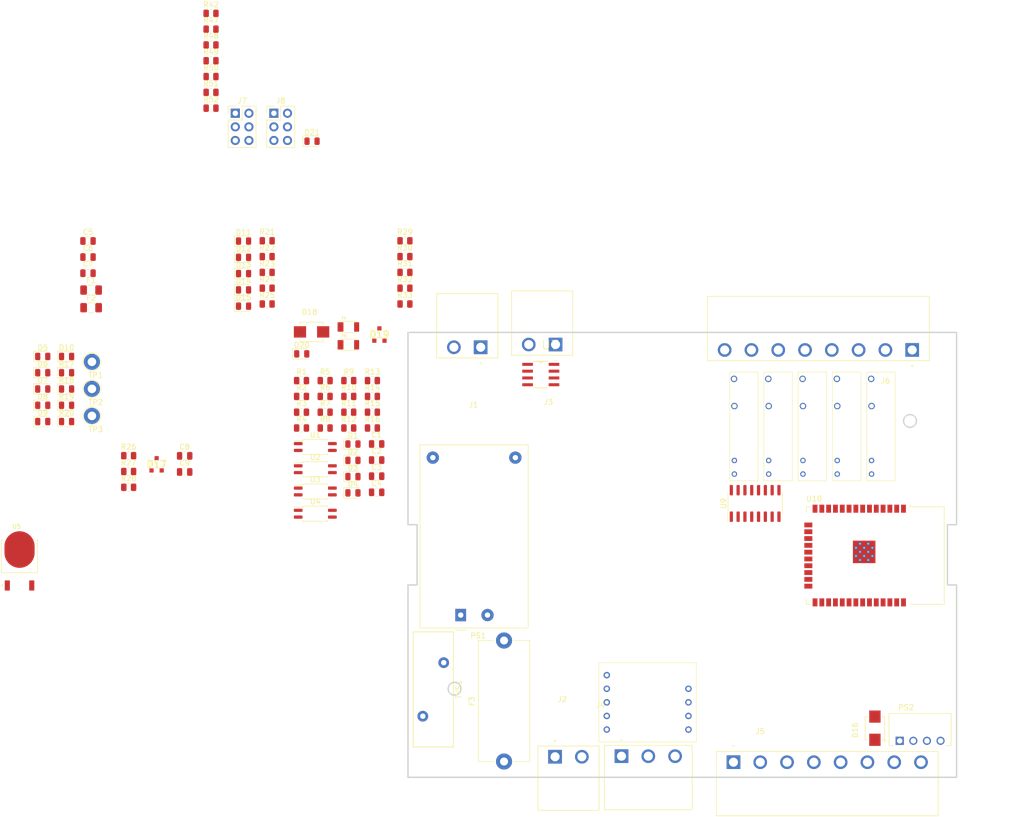
<source format=kicad_pcb>
(kicad_pcb (version 20221018) (generator pcbnew)
  (layers (0 "F.Cu" signal) (31 "B.Cu" signal) (34 "B.Paste" user) (35 "F.Paste" user) (36 "B.SilkS" user "B.Silkscreen") (37 "F.SilkS" user "F.Silkscreen") (38 "B.Mask" user) (39 "F.Mask" user) (44 "Edge.Cuts" user))
  (net 0 "")
  (net 1 "/Smart-Control-HVAC/CONTROL/INPUT_1_MICRO")
  (net 2 "GND")
  (net 3 "/Smart-Control-HVAC/CONTROL/INPUT_3_MICRO")
  (net 4 "/Smart-Control-HVAC/CONTROL/INPUT_2_MICRO")
  (net 5 "/Smart-Control-HVAC/CONTROL/INPUT_4_MICRO")
  (net 6 "+12V")
  (net 7 "Net-(D1-A)")
  (net 8 "Net-(D2-A)")
  (net 9 "Net-(D3-A)")
  (net 10 "Net-(D4-A)")
  (net 11 "Net-(D7-A)")
  (net 12 "/Smart-Control-HVAC/CON-DC-")
  (net 13 "Net-(D8-A)")
  (net 14 "Net-(D9-A)")
  (net 15 "Net-(D10-A)")
  (net 16 "Net-(D11-K)")
  (net 17 "Net-(D11-A)")
  (net 18 "Net-(D12-K)")
  (net 19 "Net-(D12-A)")
  (net 20 "Net-(D13-K)")
  (net 21 "Net-(D13-A)")
  (net 22 "Net-(D14-K)")
  (net 23 "Net-(D14-A)")
  (net 24 "Net-(D15-K)")
  (net 25 "Net-(D15-A)")
  (net 26 "Net-(U7-A)")
  (net 27 "Net-(U7-B)")
  (net 28 "Net-(U8-B)")
  (net 29 "Net-(U8-A)")
  (net 30 "/Smart-Control-HVAC/RGND")
  (net 32 "Net-(D20-A)")
  (net 33 "Net-(D21-A)")
  (net 34 "/Smart-Control-HVAC/CON-DC+")
  (net 35 "/Smart-Control-HVAC/CON-L1")
  (net 36 "Net-(PS1-AC{slash}N)")
  (net 37 "Net-(F4-Pad1)")
  (net 38 "/Smart-Control-HVAC/CON-A-")
  (net 39 "Net-(F5-Pad1)")
  (net 40 "/Smart-Control-HVAC/CON-B+")
  (net 41 "/Smart-Control-HVAC/CONTROL/RLY_OUT2_MICRO")
  (net 42 "/Smart-Control-HVAC/CONTROL/RLY_OUT1_MICRO")
  (net 43 "/Smart-Control-HVAC/CONTROL/RLY_FAN3_MICRO")
  (net 44 "/Smart-Control-HVAC/CONTROL/RLY_FAN2_MICRO")
  (net 45 "/Smart-Control-HVAC/CONTROL/RLY_FAN1_MICRO")
  (net 46 "/Smart-Control-HVAC/CONTROL/Tx_RS485_eXT")
  (net 47 "/Smart-Control-HVAC/CONTROL/Rx_RS485_eXT")
  (net 48 "/Smart-Control-HVAC/CONTROL/CON_RS485_eXT")
  (net 49 "/Smart-Control-HVAC/CONTROL/COM_RS485_LCD")
  (net 50 "/Smart-Control-HVAC/CONTROL/Tx_RS485_LCD")
  (net 51 "/Smart-Control-HVAC/CONTROL/Rx_RS485_lcd")
  (net 52 "/Smart-Control-HVAC/CON-NEUT")
  (net 53 "/Smart-Control-HVAC/CON-LCDA-")
  (net 54 "/Smart-Control-HVAC/CON-LCDB+")
  (net 55 "/Smart-Control-HVAC/CON-IN4-")
  (net 56 "/Smart-Control-HVAC/CON-IN4+")
  (net 57 "/Smart-Control-HVAC/CON-IN3-")
  (net 58 "/Smart-Control-HVAC/CON-IN3+")
  (net 59 "/Smart-Control-HVAC/CON-IN2-")
  (net 60 "/Smart-Control-HVAC/CON-IN2+")
  (net 61 "/Smart-Control-HVAC/CON-IN1-")
  (net 62 "/Smart-Control-HVAC/CON-IN1+")
  (net 63 "/Smart-Control-HVAC/CON-OUT2A")
  (net 64 "/Smart-Control-HVAC/CON-OUT2B")
  (net 65 "/Smart-Control-HVAC/CON-OUT1A")
  (net 66 "/Smart-Control-HVAC/CON-OUT1B")
  (net 67 "/Smart-Control-HVAC/CON-FAN3")
  (net 68 "/Smart-Control-HVAC/CON-FAN2")
  (net 69 "/Smart-Control-HVAC/CON-FAN1")
  (net 70 "/Smart-Control-HVAC/CON-FAN-C")
  (net 71 "Net-(J8-VCC)")
  (net 72 "Net-(J8-VDD)")
  (net 73 "VDD")
  (net 74 "Net-(R3-Pad2)")
  (net 75 "Net-(R5-Pad2)")
  (net 76 "Net-(R9-Pad2)")
  (net 77 "Net-(R13-Pad2)")
  (net 78 "Net-(U7-DE)")
  (net 79 "Net-(U8-Vo)")
  (net 80 "GNDREF")
  (net 91 "Net-(J8-{slash}RESET)")
  (net 92 "Net-(J8-SWD_CLK)")
  (net 93 "Net-(J8-SWD_DIO)")
  (net 95 "Net-(U10-GND-Pad1)")
  (footprint "SMBJ12CA:DIOM4336X265N" (layer "F.Cu") (at 184.404 137.414 90)
    (fp_text reference "D16" (at -0.38 -3.6975 90) (layer "F.SilkS"))
    (fp_text value "SMBJ12CA")
    (pad "1" smd rect (at -2.165 0 90) (size 2.28 2.12) (layers "F.Cu" "F.Paste" "F.Mask") (net 26 "Net-(U7-A)"))
    (pad "2" smd rect (at 2.165 0 90) (size 2.28 2.12) (layers "F.Cu" "F.Paste" "F.Mask") (net 27 "Net-(U7-B)"))
  )
  (footprint "Capacitor_SMD:C_0805_2012Metric" (layer "F.Cu") (at 37.545 49.435)
    (fp_text reference "C6" (at 0 -1.68) (layer "F.SilkS"))
    (fp_text value "2.2uF/25V")
    (pad "1" smd roundrect (at -0.95 0) (size 1 1.45) (layers "F.Cu" "F.Paste" "F.Mask") (net 73 "VDD"))
    (pad "2" smd roundrect (at 0.95 0) (size 1 1.45) (layers "F.Cu" "F.Paste" "F.Mask") (net 2 "GND"))
  )
  (footprint "B0503S-1WR3:CONV_B0503S-1WR3" (layer "F.Cu") (at 192.8445 137.668)
    (fp_text reference "PS2" (at -2.625 -4.135) (layer "F.SilkS"))
    (fp_text value "B0503S-1WR3")
    (pad "1" thru_hole rect (at -3.81 2.1) (size 1.508 1.508) (drill 1) (layers "*.Cu" "*.Mask") (net 2 "GND"))
    (pad "2" thru_hole circle (at -1.27 2.1) (size 1.508 1.508) (drill 1) (layers "*.Cu" "*.Mask") (net 73 "VDD"))
    (pad "3" thru_hole circle (at 1.27 2.1) (size 1.508 1.508) (drill 1) (layers "*.Cu" "*.Mask") (net 80 "GNDREF"))
    (pad "4" thru_hole circle (at 3.81 2.1) (size 1.508 1.508) (drill 1) (layers "*.Cu" "*.Mask") (net 73 "VDD"))
  )
  (footprint "Diode_SMD:D_0805_2012Metric" (layer "F.Cu") (at 29.095 67.99)
    (fp_text reference "D5" (at 0 -1.65) (layer "F.SilkS"))
    (fp_text value "1SMA5918BT3G")
    (pad "1" smd roundrect (at -0.9375 0) (size 0.975 1.4) (layers "F.Cu" "F.Paste" "F.Mask") (net 73 "VDD"))
    (pad "2" smd roundrect (at 0.9375 0) (size 0.975 1.4) (layers "F.Cu" "F.Paste" "F.Mask") (net 2 "GND"))
  )
  (footprint "Resistor_SMD:R_0805_2012Metric" (layer "F.Cu") (at 70.985 52.295)
    (fp_text reference "R23" (at 0 -1.65) (layer "F.SilkS"))
    (fp_text value "R")
    (pad "1" smd roundrect (at -0.9125 0) (size 1.025 1.4) (layers "F.Cu" "F.Paste" "F.Mask") (roundrect_rratio 0.243902) (net 21 "Net-(D13-A)"))
    (pad "2" smd roundrect (at 0.9125 0) (size 1.025 1.4) (layers "F.Cu" "F.Paste" "F.Mask") (roundrect_rratio 0.243902) (net 6 "+12V"))
  )
  (footprint "Huellas:AZ921" (layer "F.Cu") (at 171.119 83.058 90)
    (fp_text reference "K3" hide)
    (fp_text value "~")
    (pad "1" thru_hole circle (at -6.9 -0.14 90) (size 1 1) (drill 0.6) (layers "*.Cu" "*.Mask") (net 6 "+12V"))
    (pad "2" thru_hole circle (at -4.36 -0.14 90) (size 1 1) (drill 0.6) (layers "*.Cu" "*.Mask") (net 20 "Net-(D13-K)"))
    (pad "3" thru_hole circle (at 5.8 -0.14 90) (size 1.2 1.2) (drill 0.8) (layers "*.Cu" "*.Mask") (net 70 "/Smart-Control-HVAC/CON-FAN-C"))
    (pad "4" thru_hole circle (at 10.88 -0.21 90) (size 1.2 1.2) (drill 0.8) (layers "*.Cu" "*.Mask") (net 69 "/Smart-Control-HVAC/CON-FAN1"))
  )
  (footprint "Capacitor_SMD:C_0805_2012Metric" (layer "F.Cu") (at 55.585 86.555)
    (fp_text reference "C8" (at 0 -1.68) (layer "F.SilkS"))
    (fp_text value "1uF/25V")
    (pad "1" smd roundrect (at -0.95 0) (size 1 1.45) (layers "F.Cu" "F.Paste" "F.Mask") (net 73 "VDD"))
    (pad "2" smd roundrect (at 0.95 0) (size 1 1.45) (layers "F.Cu" "F.Paste" "F.Mask") (net 2 "GND"))
  )
  (footprint "Resistor_SMD:R_0805_2012Metric" (layer "F.Cu") (at 60.505 18.675)
    (fp_text reference "R51" (at 0 -1.65) (layer "F.SilkS"))
    (fp_text value "1K")
    (pad "1" smd roundrect (at -0.9125 0) (size 1.025 1.4) (layers "F.Cu" "F.Paste" "F.Mask") (roundrect_rratio 0.243902) (net 73 "VDD"))
    (pad "2" smd roundrect (at 0.9125 0) (size 1.025 1.4) (layers "F.Cu" "F.Paste" "F.Mask") (roundrect_rratio 0.243902) (net 72 "Net-(J8-VDD)"))
  )
  (footprint "Resistor_SMD:R_0805_2012Metric" (layer "F.Cu") (at 96.695 55.245)
    (fp_text reference "R32" (at 0 -1.65) (layer "F.SilkS"))
    (fp_text value "2.2K")
    (pad "1" smd roundrect (at -0.9125 0) (size 1.025 1.4) (layers "F.Cu" "F.Paste" "F.Mask") (roundrect_rratio 0.243902) (net 28 "Net-(U8-B)"))
    (pad "2" smd roundrect (at 0.9125 0) (size 1.025 1.4) (layers "F.Cu" "F.Paste" "F.Mask") (roundrect_rratio 0.243902) (net 39 "Net-(F5-Pad1)"))
  )
  (footprint "Resistor_SMD:R_0805_2012Metric" (layer "F.Cu") (at 70.985 46.395)
    (fp_text reference "R21" (at 0 -1.65) (layer "F.SilkS"))
    (fp_text value "R")
    (pad "1" smd roundrect (at -0.9125 0) (size 1.025 1.4) (layers "F.Cu" "F.Paste" "F.Mask") (roundrect_rratio 0.243902) (net 17 "Net-(D11-A)"))
    (pad "2" smd roundrect (at 0.9125 0) (size 1.025 1.4) (layers "F.Cu" "F.Paste" "F.Mask") (roundrect_rratio 0.243902) (net 6 "+12V"))
  )
  (footprint "SMBJ12CA:DIOM4336X265N" (layer "F.Cu") (at 79.27 63.4075)
    (fp_text reference "D18" (at -0.38 -3.6975) (layer "F.SilkS"))
    (fp_text value "SMBJ12CA")
    (pad "1" smd rect (at -2.165 0) (size 2.28 2.12) (layers "F.Cu" "F.Paste" "F.Mask") (net 28 "Net-(U8-B)"))
    (pad "2" smd rect (at 2.165 0) (size 2.28 2.12) (layers "F.Cu" "F.Paste" "F.Mask") (net 29 "Net-(U8-A)"))
  )
  (footprint "RF_Module:ESP32-WROOM-32" (layer "F.Cu") (at 181.488 105.169 -90)
    (fp_text reference "U10" (at -10.61 8.43) (layer "F.SilkS"))
    (fp_text value "ESP32-WROOM-32")
    (pad "1" smd rect (at -8.75 -8.25 270) (size 1.5 0.9) (layers "F.Cu" "F.Paste" "F.Mask") (net 95 "Net-(U10-GND-Pad1)"))
    (pad "2" smd rect (at -8.75 -6.98 270) (size 1.5 0.9) (layers "F.Cu" "F.Paste" "F.Mask"))
    (pad "3" smd rect (at -8.75 -5.71 270) (size 1.5 0.9) (layers "F.Cu" "F.Paste" "F.Mask"))
    (pad "4" smd rect (at -8.75 -4.44 270) (size 1.5 0.9) (layers "F.Cu" "F.Paste" "F.Mask"))
    (pad "5" smd rect (at -8.75 -3.17 270) (size 1.5 0.9) (layers "F.Cu" "F.Paste" "F.Mask"))
    (pad "6" smd rect (at -8.75 -1.9 270) (size 1.5 0.9) (layers "F.Cu" "F.Paste" "F.Mask"))
    (pad "7" smd rect (at -8.75 -0.63 270) (size 1.5 0.9) (layers "F.Cu" "F.Paste" "F.Mask"))
    (pad "8" smd rect (at -8.75 0.64 270) (size 1.5 0.9) (layers "F.Cu" "F.Paste" "F.Mask"))
    (pad "9" smd rect (at -8.75 1.91 270) (size 1.5 0.9) (layers "F.Cu" "F.Paste" "F.Mask"))
    (pad "10" smd rect (at -8.75 3.18 270) (size 1.5 0.9) (layers "F.Cu" "F.Paste" "F.Mask"))
    (pad "11" smd rect (at -8.75 4.45 270) (size 1.5 0.9) (layers "F.Cu" "F.Paste" "F.Mask"))
    (pad "12" smd rect (at -8.75 5.72 270) (size 1.5 0.9) (layers "F.Cu" "F.Paste" "F.Mask"))
    (pad "13" smd rect (at -8.75 6.99 270) (size 1.5 0.9) (layers "F.Cu" "F.Paste" "F.Mask"))
    (pad "14" smd rect (at -8.75 8.26 270) (size 1.5 0.9) (layers "F.Cu" "F.Paste" "F.Mask"))
    (pad "15" smd rect (at -5.71 9.51) (size 1.5 0.9) (layers "F.Cu" "F.Paste" "F.Mask") (net 95 "Net-(U10-GND-Pad1)"))
    (pad "16" smd rect (at -4.44 9.51) (size 1.5 0.9) (layers "F.Cu" "F.Paste" "F.Mask"))
    (pad "17" smd rect (at -3.17 9.51) (size 1.5 0.9) (layers "F.Cu" "F.Paste" "F.Mask"))
    (pad "18" smd rect (at -1.9 9.51) (size 1.5 0.9) (layers "F.Cu" "F.Paste" "F.Mask"))
    (pad "19" smd rect (at -0.63 9.51) (size 1.5 0.9) (layers "F.Cu" "F.Paste" "F.Mask"))
    (pad "20" smd rect (at 0.64 9.51) (size 1.5 0.9) (layers "F.Cu" "F.Paste" "F.Mask"))
    (pad "21" smd rect (at 1.91 9.51) (size 1.5 0.9) (layers "F.Cu" "F.Paste" "F.Mask"))
    (pad "22" smd rect (at 3.18 9.51) (size 1.5 0.9) (layers "F.Cu" "F.Paste" "F.Mask"))
    (pad "23" smd rect (at 4.45 9.51) (size 1.5 0.9) (layers "F.Cu" "F.Paste" "F.Mask"))
    (pad "24" smd rect (at 5.72 9.51) (size 1.5 0.9) (layers "F.Cu" "F.Paste" "F.Mask"))
    (pad "25" smd rect (at 8.75 8.26 270) (size 1.5 0.9) (layers "F.Cu" "F.Paste" "F.Mask"))
    (pad "26" smd rect (at 8.75 6.99 270) (size 1.5 0.9) (layers "F.Cu" "F.Paste" "F.Mask"))
    (pad "27" smd rect (at 8.75 5.72 270) (size 1.5 0.9) (layers "F.Cu" "F.Paste" "F.Mask"))
    (pad "28" smd rect (at 8.75 4.45 270) (size 1.5 0.9) (layers "F.Cu" "F.Paste" "F.Mask"))
    (pad "29" smd rect (at 8.75 3.18 270) (size 1.5 0.9) (layers "F.Cu" "F.Paste" "F.Mask"))
    (pad "30" smd rect (at 8.75 1.91 270) (size 1.5 0.9) (layers "F.Cu" "F.Paste" "F.Mask"))
    (pad "31" smd rect (at 8.75 0.64 270) (size 1.5 0.9) (layers "F.Cu" "F.Paste" "F.Mask"))
    (pad "32" smd rect (at 8.75 -0.63 270) (size 1.5 0.9) (layers "F.Cu" "F.Paste" "F.Mask"))
    (pad "33" smd rect (at 8.75 -1.9 270) (size 1.5 0.9) (layers "F.Cu" "F.Paste" "F.Mask"))
    (pad "34" smd rect (at 8.75 -3.17 270) (size 1.5 0.9) (layers "F.Cu" "F.Paste" "F.Mask"))
    (pad "35" smd rect (at 8.75 -4.44 270) (size 1.5 0.9) (layers "F.Cu" "F.Paste" "F.Mask"))
    (pad "36" smd rect (at 8.75 -5.71 270) (size 1.5 0.9) (layers "F.Cu" "F.Paste" "F.Mask"))
    (pad "37" smd rect (at 8.75 -6.98 270) (size 1.5 0.9) (layers "F.Cu" "F.Paste" "F.Mask"))
    (pad "38" smd rect (at 8.75 -8.25 270) (size 1.5 0.9) (layers "F.Cu" "F.Paste" "F.Mask") (net 95 "Net-(U10-GND-Pad1)"))
    (pad "39" smd rect (at -2.205 -2.435 270) (size 1.05 1.05) (layers "F.Cu" "F.Paste") (net 95 "Net-(U10-GND-Pad1)"))
    (pad "39" thru_hole circle (at -2.205 -1.6725 270) (size 0.6 0.6) (drill 0.2) (property pad_prop_heatsink) (layers "*.Cu" "F.Mask") (net 95 "Net-(U10-GND-Pad1)"))
    (pad "39" smd rect (at -2.205 -0.91 270) (size 1.05 1.05) (layers "F.Cu" "F.Paste") (net 95 "Net-(U10-GND-Pad1)"))
    (pad "39" thru_hole circle (at -2.205 -0.1475 270) (size 0.6 0.6) (drill 0.2) (property pad_prop_heatsink) (layers "*.Cu" "F.Mask") (net 95 "Net-(U10-GND-Pad1)"))
    (pad "39" smd rect (at -2.205 0.615 270) (size 1.05 1.05) (layers "F.Cu" "F.Paste") (net 95 "Net-(U10-GND-Pad1)"))
    (pad "39" thru_hole circle (at -1.4425 -2.435 270) (size 0.6 0.6) (drill 0.2) (property pad_prop_heatsink) (layers "*.Cu" "F.Mask") (net 95 "Net-(U10-GND-Pad1)"))
    (pad "39" thru_hole circle (at -1.4425 -0.91 270) (size 0.6 0.6) (drill 0.2) (property pad_prop_heatsink) (layers "*.Cu" "F.Mask") (net 95 "Net-(U10-GND-Pad1)"))
    (pad "39" thru_hole circle (at -1.4425 0.615 270) (size 0.6 0.6) (drill 0.2) (property pad_prop_heatsink) (layers "*.Cu" "F.Mask") (net 95 "Net-(U10-GND-Pad1)"))
    (pad "39" smd rect (at -0.68 -2.435 270) (size 1.05 1.05) (layers "F.Cu" "F.Paste") (net 95 "Net-(U10-GND-Pad1)"))
    (pad "39" thru_hole circle (at -0.68 -1.6725 270) (size 0.6 0.6) (drill 0.2) (property pad_prop_heatsink) (layers "*.Cu" "F.Mask") (net 95 "Net-(U10-GND-Pad1)"))
    (pad "39" smd rect (at -0.68 -0.91 270) (size 1.05 1.05) (layers "F.Cu" "F.Paste") (net 95 "Net-(U10-GND-Pad1)"))
    (pad "39" smd rect (at -0.68 -0.91 270) (size 4.2 4.2) (layers "F.Cu" "F.Mask") (net 95 "Net-(U10-GND-Pad1)"))
    (pad "39" thru_hole circle (at -0.68 -0.1475 270) (size 0.6 0.6) (drill 0.2) (property pad_prop_heatsink) (layers "*.Cu" "F.Mask") (net 95 "Net-(U10-GND-Pad1)"))
    (pad "39" smd rect (at -0.68 0.615 270) (size 1.05 1.05) (layers "F.Cu" "F.Paste") (net 95 "Net-(U10-GND-Pad1)"))
    (pad "39" thru_hole circle (at 0.0825 -2.435 270) (size 0.6 0.6) (drill 0.2) (property pad_prop_heatsink) (layers "*.Cu" "F.Mask") (net 95 "Net-(U10-GND-Pad1)"))
    (pad "39" thru_hole circle (at 0.0825 -0.91 270) (size 0.6 0.6) (drill 0.2) (property pad_prop_heatsink) (layers "*.Cu" "F.Mask") (net 95 "Net-(U10-GND-Pad1)"))
    (pad "39" thru_hole circle (at 0.0825 0.615 270) (size 0.6 0.6) (drill 0.2) (property pad_prop_heatsink) (layers "*.Cu" "F.Mask") (net 95 "Net-(U10-GND-Pad1)"))
    (pad "39" smd rect (at 0.845 -2.435 270) (size 1.05 1.05) (layers "F.Cu" "F.Paste") (net 95 "Net-(U10-GND-Pad1)"))
    (pad "39" thru_hole circle (at 0.845 -1.6725 270) (size 0.6 0.6) (drill 0.2) (property pad_prop_heatsink) (layers "*.Cu" "F.Mask") (net 95 "Net-(U10-GND-Pad1)"))
    (pad "39" smd rect (at 0.845 -0.91 270) (size 1.05 1.05) (layers "F.Cu" "F.Paste") (net 95 "Net-(U10-GND-Pad1)"))
    (pad "39" thru_hole circle (at 0.845 -0.1475 270) (size 0.6 0.6) (drill 0.2) (property pad_prop_heatsink) (layers "*.Cu" "F.Mask") (net 95 "Net-(U10-GND-Pad1)"))
    (pad "39" smd rect (at 0.845 0.615 270) (size 1.05 1.05) (layers "F.Cu" "F.Paste") (net 95 "Net-(U10-GND-Pad1)"))
  )
  (footprint "Package_SO:SOP-4_4.4x2.6mm_P1.27mm" (layer "F.Cu") (at 79.965 89.055)
    (fp_text reference "U2" (at 0 -2.25) (layer "F.SilkS"))
    (fp_text value "FODM214")
    (pad "1" smd roundrect (at -3.1875 -0.635) (size 1.625 0.6) (layers "F.Cu" "F.Paste" "F.Mask") (net 75 "Net-(R5-Pad2)"))
    (pad "2" smd roundrect (at -3.1875 0.635) (size 1.625 0.6) (layers "F.Cu" "F.Paste" "F.Mask") (net 58 "/Smart-Control-HVAC/CON-IN3+"))
    (pad "3" smd roundrect (at 3.1875 0.635) (size 1.625 0.6) (layers "F.Cu" "F.Paste" "F.Mask") (net 2 "GND"))
    (pad "4" smd roundrect (at 3.1875 -0.635) (size 1.625 0.6) (layers "F.Cu" "F.Paste" "F.Mask") (net 3 "/Smart-Control-HVAC/CONTROL/INPUT_3_MICRO"))
  )
  (footprint "SP485ECN-L:SOIC127P600X175-8N" (layer "F.Cu") (at 122.047 71.374)
    (fp_text reference "U7" (at 1.757645 -5.502165) (layer "F.SilkS") (effects (font (size 1.644717 1.644717))))
    (fp_text value "SP485ECN-L")
    (pad "1" smd rect (at -2.4638 -1.905) (size 1.9812 0.5588) (layers "F.Cu" "F.Paste" "F.Mask") (net 50 "/Smart-Control-HVAC/CONTROL/Tx_RS485_LCD"))
    (pad "2" smd rect (at -2.4638 -0.635) (size 1.9812 0.5588) (layers "F.Cu" "F.Paste" "F.Mask") (net 78 "Net-(U7-DE)"))
    (pad "3" smd rect (at -2.4638 0.635) (size 1.9812 0.5588) (layers "F.Cu" "F.Paste" "F.Mask") (net 78 "Net-(U7-DE)"))
    (pad "4" smd rect (at -2.4638 1.905) (size 1.9812 0.5588) (layers "F.Cu" "F.Paste" "F.Mask") (net 51 "/Smart-Control-HVAC/CONTROL/Rx_RS485_lcd"))
    (pad "5" smd rect (at 2.4638 1.905) (size 1.9812 0.5588) (layers "F.Cu" "F.Paste" "F.Mask") (net 2 "GND"))
    (pad "6" smd rect (at 2.4638 0.635) (size 1.9812 0.5588) (layers "F.Cu" "F.Paste" "F.Mask") (net 26 "Net-(U7-A)"))
    (pad "7" smd rect (at 2.4638 -0.635) (size 1.9812 0.5588) (layers "F.Cu" "F.Paste" "F.Mask") (net 27 "Net-(U7-B)"))
    (pad "8" smd rect (at 2.4638 -1.905) (size 1.9812 0.5588) (layers "F.Cu" "F.Paste" "F.Mask") (net 73 "VDD"))
  )
  (footprint "Resistor_SMD:R_0805_2012Metric" (layer "F.Cu") (at 70.985 58.195)
    (fp_text reference "R25" (at 0 -1.65) (layer "F.SilkS"))
    (fp_text value "R")
    (pad "1" smd roundrect (at -0.9125 0) (size 1.025 1.4) (layers "F.Cu" "F.Paste" "F.Mask") (roundrect_rratio 0.243902) (net 25 "Net-(D15-A)"))
    (pad "2" smd roundrect (at 0.9125 0) (size 1.025 1.4) (layers "F.Cu" "F.Paste" "F.Mask") (roundrect_rratio 0.243902) (net 6 "+12V"))
  )
  (footprint "TBP04R12-500-02BE:CUI_TBP04R12-500-02BE" (layer "F.Cu") (at 110.831 66.2755 180)
    (fp_text reference "J1" (at 1.335 -10.745 180) (layer "F.SilkS"))
    (fp_text value "TBP04R12-500-02BE")
    (pad "1" thru_hole rect (at 0 0 180) (size 2.55 2.55) (drill 1.7) (layers "*.Cu" "*.Mask") (net 34 "/Smart-Control-HVAC/CON-DC+"))
    (pad "2" thru_hole circle (at 5 0 180) (size 2.55 2.55) (drill 1.7) (layers "*.Cu" "*.Mask") (net 12 "/Smart-Control-HVAC/CON-DC-"))
  )
  (footprint "Resistor_SMD:R_0805_2012Metric" (layer "F.Cu") (at 60.505 9.825)
    (fp_text reference "R48" (at 0 -1.65) (layer "F.SilkS"))
    (fp_text value "100K")
    (pad "1" smd roundrect (at -0.9125 0) (size 1.025 1.4) (layers "F.Cu" "F.Paste" "F.Mask") (roundrect_rratio 0.243902) (net 73 "VDD"))
    (pad "2" smd roundrect (at 0.9125 0) (size 1.025 1.4) (layers "F.Cu" "F.Paste" "F.Mask") (roundrect_rratio 0.243902) (net 93 "Net-(J8-SWD_DIO)"))
  )
  (footprint "Capacitor_SMD:C_0805_2012Metric" (layer "F.Cu") (at 55.585 89.565)
    (fp_text reference "C9" (at 0 -1.68) (layer "F.SilkS"))
    (fp_text value "0.1uF/50V")
    (pad "1" smd roundrect (at -0.95 0) (size 1 1.45) (layers "F.Cu" "F.Paste" "F.Mask") (net 73 "VDD"))
    (pad "2" smd roundrect (at 0.95 0) (size 1 1.45) (layers "F.Cu" "F.Paste" "F.Mask") (net 2 "GND"))
  )
  (footprint "Resistor_SMD:R_0805_2012Metric" (layer "F.Cu") (at 90.625 72.505)
    (fp_text reference "R13" (at 0 -1.65) (layer "F.SilkS"))
    (fp_text value "330")
    (pad "1" smd roundrect (at -0.9125 0) (size 1.025 1.4) (layers "F.Cu" "F.Paste" "F.Mask") (roundrect_rratio 0.243902) (net 73 "VDD"))
    (pad "2" smd roundrect (at 0.9125 0) (size 1.025 1.4) (layers "F.Cu" "F.Paste" "F.Mask") (roundrect_rratio 0.243902) (net 77 "Net-(R13-Pad2)"))
  )
  (footprint "Resistor_SMD:R_0805_2012Metric" (layer "F.Cu") (at 77.395 81.355)
    (fp_text reference "R4" (at 0 -1.65) (layer "F.SilkS"))
    (fp_text value "10")
    (pad "1" smd roundrect (at -0.9125 0) (size 1.025 1.4) (layers "F.Cu" "F.Paste" "F.Mask") (roundrect_rratio 0.243902) (net 61 "/Smart-Control-HVAC/CON-IN1-"))
    (pad "2" smd roundrect (at 0.9125 0) (size 1.025 1.4) (layers "F.Cu" "F.Paste" "F.Mask") (roundrect_rratio 0.243902) (net 2 "GND"))
  )
  (footprint "Resistor_SMD:R_0805_2012Metric" (layer "F.Cu") (at 60.505 6.875)
    (fp_text reference "R47" (at 0 -1.65) (layer "F.SilkS"))
    (fp_text value "470")
    (pad "1" smd roundrect (at -0.9125 0) (size 1.025 1.4) (layers "F.Cu" "F.Paste" "F.Mask") (roundrect_rratio 0.243902) (net 33 "Net-(D21-A)"))
    (pad "2" smd roundrect (at 0.9125 0) (size 1.025 1.4) (layers "F.Cu" "F.Paste" "F.Mask") (roundrect_rratio 0.243902) (net 73 "VDD"))
  )
  (footprint "Resistor_SMD:R_0805_2012Metric" (layer "F.Cu") (at 45.135 89.475)
    (fp_text reference "R27" (at 0 -1.65) (layer "F.SilkS"))
    (fp_text value "10/1%")
    (pad "1" smd roundrect (at -0.9125 0) (size 1.025 1.4) (layers "F.Cu" "F.Paste" "F.Mask") (roundrect_rratio 0.243902) (net 26 "Net-(U7-A)"))
    (pad "2" smd roundrect (at 0.9125 0) (size 1.025 1.4) (layers "F.Cu" "F.Paste" "F.Mask") (roundrect_rratio 0.243902) (net 54 "/Smart-Control-HVAC/CON-LCDB+"))
  )
  (footprint "TestPoint:TestPoint_Loop_D2.60mm_Drill1.6mm_Beaded" (layer "F.Cu") (at 38.275 79.095)
    (fp_text reference "TP3" (at 0.7 2.5) (layer "F.SilkS"))
    (fp_text value "TestPoint")
    (pad "1" thru_hole circle (at 0 0) (size 3 3) (drill 1.6) (layers "*.Cu" "*.Mask") (net 6 "+12V"))
  )
  (footprint "LED_SMD:LED_0805_2012Metric" (layer "F.Cu") (at 86.985 87.39)
    (fp_text reference "D2" (at 0 -1.65) (layer "F.SilkS"))
    (fp_text value "LED")
    (pad "1" smd roundrect (at -0.9375 0) (size 0.975 1.4) (layers "F.Cu" "F.Paste" "F.Mask") (net 3 "/Smart-Control-HVAC/CONTROL/INPUT_3_MICRO"))
    (pad "2" smd roundrect (at 0.9375 0) (size 0.975 1.4) (layers "F.Cu" "F.Paste" "F.Mask") (net 8 "Net-(D2-A)"))
  )
  (footprint "SM712-02HTG:SM71202HTG" (layer "F.Cu") (at 50.35 88.135)
    (fp_text reference "D17" (at 0 0) (layer "F.SilkS") (effects (font (size 1.27 1.27) (thickness 0.254))))
    (fp_text value "SM712-02HTG" hide)
    (pad "1" smd rect (at -0.95 1.145 90) (size 0.78 0.78) (layers "F.Cu" "F.Paste" "F.Mask") (net 26 "Net-(U7-A)"))
    (pad "2" smd rect (at 0.95 1.145 90) (size 0.78 0.78) (layers "F.Cu" "F.Paste" "F.Mask") (net 26 "Net-(U7-A)"))
    (pad "3" smd rect (at 0 -1.145 90) (size 0.78 0.78) (layers "F.Cu" "F.Paste" "F.Mask") (net 2 "GND"))
  )
  (footprint "LED_SMD:LED_0805_2012Metric" (layer "F.Cu") (at 86.985 90.43)
    (fp_text reference "D3" (at 0 -1.65) (layer "F.SilkS"))
    (fp_text value "LED")
    (pad "1" smd roundrect (at -0.9375 0) (size 0.975 1.4) (layers "F.Cu" "F.Paste" "F.Mask") (net 4 "/Smart-Control-HVAC/CONTROL/INPUT_2_MICRO"))
    (pad "2" smd roundrect (at 0.9375 0) (size 0.975 1.4) (layers "F.Cu" "F.Paste" "F.Mask") (net 9 "Net-(D3-A)"))
  )
  (footprint "Package_SO:SOP-4_4.4x2.6mm_P1.27mm" (layer "F.Cu") (at 79.965 84.905)
    (fp_text reference "U1" (at 0 -2.25) (layer "F.SilkS"))
    (fp_text value "FODM214")
    (pad "1" smd roundrect (at -3.1875 -0.635) (size 1.625 0.6) (layers "F.Cu" "F.Paste" "F.Mask") (net 74 "Net-(R3-Pad2)"))
    (pad "2" smd roundrect (at -3.1875 0.635) (size 1.625 0.6) (layers "F.Cu" "F.Paste" "F.Mask") (net 62 "/Smart-Control-HVAC/CON-IN1+"))
    (pad "3" smd roundrect (at 3.1875 0.635) (size 1.625 0.6) (layers "F.Cu" "F.Paste" "F.Mask") (net 2 "GND"))
    (pad "4" smd roundrect (at 3.1875 -0.635) (size 1.625 0.6) (layers "F.Cu" "F.Paste" "F.Mask") (net 1 "/Smart-Control-HVAC/CONTROL/INPUT_1_MICRO"))
  )
  (footprint "Resistor_SMD:R_0805_2012Metric" (layer "F.Cu") (at 86.215 75.455)
    (fp_text reference "R10" (at 0 -1.65) (layer "F.SilkS"))
    (fp_text value "10")
    (pad "1" smd roundrect (at -0.9125 0) (size 1.025 1.4) (layers "F.Cu" "F.Paste" "F.Mask") (roundrect_rratio 0.243902) (net 59 "/Smart-Control-HVAC/CON-IN2-"))
    (pad "2" smd roundrect (at 0.9125 0) (size 1.025 1.4) (layers "F.Cu" "F.Paste" "F.Mask") (roundrect_rratio 0.243902) (net 2 "GND"))
  )
  (footprint "Capacitor_SMD:C_0805_2012Metric" (layer "F.Cu") (at 91.415 84.335)
    (fp_text reference "C1" (at 0 -1.68) (layer "F.SilkS"))
    (fp_text value "0.1uF")
    (pad "1" smd roundrect (at -0.95 0) (size 1 1.45) (layers "F.Cu" "F.Paste" "F.Mask") (net 1 "/Smart-Control-HVAC/CONTROL/INPUT_1_MICRO"))
    (pad "2" smd roundrect (at 0.95 0) (size 1 1.45) (layers "F.Cu" "F.Paste" "F.Mask") (net 2 "GND"))
  )
  (footprint "SM712-02HTG:SM71202HTG" (layer "F.Cu") (at 91.93 63.905)
    (fp_text reference "D19" (at 0 0) (layer "F.SilkS") (effects (font (size 1.27 1.27) (thickness 0.254))))
    (fp_text value "SM712-02HTG" hide)
    (pad "1" smd rect (at -0.95 1.145 90) (size 0.78 0.78) (layers "F.Cu" "F.Paste" "F.Mask") (net 28 "Net-(U8-B)"))
    (pad "2" smd rect (at 0.95 1.145 90) (size 0.78 0.78) (layers "F.Cu" "F.Paste" "F.Mask") (net 29 "Net-(U8-A)"))
    (pad "3" smd rect (at 0 -1.145 90) (size 0.78 0.78) (layers "F.Cu" "F.Paste" "F.Mask") (net 30 "/Smart-Control-HVAC/RGND"))
  )
  (footprint "TestPoint:TestPoint_Loop_D2.60mm_Drill1.6mm_Beaded" (layer "F.Cu") (at 38.275 74.045)
    (fp_text reference "TP2" (at 0.7 2.5) (layer "F.SilkS"))
    (fp_text value "TestPoint")
    (pad "1" thru_hole circle (at 0 0) (size 3 3) (drill 1.6) (layers "*.Cu" "*.Mask") (net 2 "GND"))
  )
  (footprint "Huellas:AZ921" (layer "F.Cu") (at 158.319 83.058 90)
    (fp_text reference "K1" hide)
    (fp_text value "~")
    (pad "1" thru_hole circle (at -6.9 -0.14 90) (size 1 1) (drill 0.6) (layers "*.Cu" "*.Mask") (net 6 "+12V"))
    (pad "2" thru_hole circle (at -4.36 -0.14 90) (size 1 1) (drill 0.6) (layers "*.Cu" "*.Mask") (net 16 "Net-(D11-K)"))
    (pad "3" thru_hole circle (at 5.8 -0.14 90) (size 1.2 1.2) (drill 0.8) (layers "*.Cu" "*.Mask") (net 66 "/Smart-Control-HVAC/CON-OUT1B"))
    (pad "4" thru_hole circle (at 10.88 -0.21 90) (size 1.2 1.2) (drill 0.8) (layers "*.Cu" "*.Mask") (net 65 "/Smart-Control-HVAC/CON-OUT1A"))
  )
  (footprint "Fuse:Fuseholder_Cylinder-5x20mm_Stelvio-Kontek_PTF78_Horizontal_Open" (layer "F.Cu") (at 115.189 143.637 90)
    (fp_text reference "F3" (at 11.25 -6 90) (layer "F.SilkS"))
    (fp_text value "Fuse")
    (pad "1" thru_hole circle (at 0 0 90) (size 3 3) (drill 1.5) (layers "*.Cu" "*.Mask") (net 35 "/Smart-Control-HVAC/CON-L1"))
    (pad "2" thru_hole circle (at 22.6 0 90) (size 3 3) (drill 1.5) (layers "*.Cu" "*.Mask") (net 36 "Net-(PS1-AC{slash}N)"))
  )
  (footprint "LED_SMD:LED_0805_2012Metric" (layer "F.Cu") (at 66.575 49.48)
    (fp_text reference "D12" (at 0 -1.65) (layer "F.SilkS"))
    (fp_text value "LED")
    (pad "1" smd roundrect (at -0.9375 0) (size 0.975 1.4) (layers "F.Cu" "F.Paste" "F.Mask") (net 18 "Net-(D12-K)"))
    (pad "2" smd roundrect (at 0.9375 0) (size 0.975 1.4) (layers "F.Cu" "F.Paste" "F.Mask") (net 19 "Net-(D12-A)"))
  )
  (footprint "Resistor_SMD:R_0805_2012Metric" (layer "F.Cu") (at 96.695 58.195)
    (fp_text reference "R33" (at 0 -1.65) (layer "F.SilkS"))
    (fp_text value "2.2K")
    (pad "1" smd roundrect (at -0.9125 0) (size 1.025 1.4) (layers "F.Cu" "F.Paste" "F.Mask") (roundrect_rratio 0.243902) (net 30 "/Smart-Control-HVAC/RGND"))
    (pad "2" smd roundrect (at 0.9125 0) (size 1.025 1.4) (layers "F.Cu" "F.Paste" "F.Mask") (roundrect_rratio 0.243902) (net 28 "Net-(U8-B)"))
  )
  (footprint "Capacitor_SMD:C_0805_2012Metric" (layer "F.Cu") (at 37.545 46.425)
    (fp_text reference "C5" (at 0 -1.68) (layer "F.SilkS"))
    (fp_text value "0.33uF/25V")
    (pad "1" smd roundrect (at -0.95 0) (size 1 1.45) (layers "F.Cu" "F.Paste" "F.Mask") (net 6 "+12V"))
    (pad "2" smd roundrect (at 0.95 0) (size 1 1.45) (layers "F.Cu" "F.Paste" "F.Mask") (net 2 "GND"))
  )
  (footprint "Resistor_SMD:R_0805_2012Metric" (layer "F.Cu") (at 90.625 78.405)
    (fp_text reference "R15" (at 0 -1.65) (layer "F.SilkS"))
    (fp_text value "10K")
    (pad "1" smd roundrect (at -0.9125 0) (size 1.025 1.4) (layers "F.Cu" "F.Paste" "F.Mask") (roundrect_rratio 0.243902) (net 73 "VDD"))
    (pad "2" smd roundrect (at 0.9125 0) (size 1.025 1.4) (layers "F.Cu" "F.Paste" "F.Mask") (roundrect_rratio 0.243902) (net 5 "/Smart-Control-HVAC/CONTROL/INPUT_4_MICRO"))
  )
  (footprint "LED_SMD:LED_0805_2012Metric" (layer "F.Cu") (at 66.575 58.6)
    (fp_text reference "D15" (at 0 -1.65) (layer "F.SilkS"))
    (fp_text value "LED")
    (pad "1" smd roundrect (at -0.9375 0) (size 0.975 1.4) (layers "F.Cu" "F.Paste" "F.Mask") (net 24 "Net-(D15-K)"))
    (pad "2" smd roundrect (at 0.9375 0) (size 0.975 1.4) (layers "F.Cu" "F.Paste" "F.Mask") (net 25 "Net-(D15-A)"))
  )
  (footprint "Huellas:AZ921" (layer "F.Cu") (at 183.919 83.058 90)
    (fp_text reference "K5" hide)
    (fp_text value "~")
    (pad "1" thru_hole circle (at -6.9 -0.14 90) (size 1 1) (drill 0.6) (layers "*.Cu" "*.Mask") (net 6 "+12V"))
    (pad "2" thru_hole circle (at -4.36 -0.14 90) (size 1 1) (drill 0.6) (layers "*.Cu" "*.Mask") (net 24 "Net-(D15-K)"))
    (pad "3" thru_hole circle (at 5.8 -0.14 90) (size 1.2 1.2) (drill 0.8) (layers "*.Cu" "*.Mask") (net 70 "/Smart-Control-HVAC/CON-FAN-C"))
    (pad "4" thru_hole circle (at 10.88 -0.21 90) (size 1.2 1.2) (drill 0.8) (layers "*.Cu" "*.Mask") (net 67 "/Smart-Control-HVAC/CON-FAN3"))
  )
  (footprint "Resistor_SMD:R_0805_2012Metric" (layer "F.Cu") (at 86.215 81.355)
    (fp_text reference "R12" (at 0 -1.65) (layer "F.SilkS"))
    (fp_text value "470")
    (pad "1" smd roundrect (at -0.9125 0) (size 1.025 1.4) (layers "F.Cu" "F.Paste" "F.Mask") (roundrect_rratio 0.243902) (net 73 "VDD"))
    (pad "2" smd roundrect (at 0.9125 0) (size 1.025 1.4) (layers "F.Cu" "F.Paste" "F.Mask") (roundrect_rratio 0.243902) (net 9 "Net-(D3-A)"))
  )
  (footprint "Connector_PinHeader_2.54mm:PinHeader_2x03_P2.54mm_Vertical" (layer "F.Cu") (at 65.035 22.575)
    (fp_text reference "J7" (at 1.27 -2.33) (layer "F.SilkS"))
    (fp_text value "~")
    (pad "1" thru_hole rect (at 0 0) (size 1.7 1.7) (drill 1) (layers "*.Cu" "*.Mask") (net 73 "VDD"))
    (pad "2" thru_hole oval (at 2.54 0) (size 1.7 1.7) (drill 1) (layers "*.Cu" "*.Mask"))
    (pad "3" thru_hole oval (at 0 2.54) (size 1.7 1.7) (drill 1) (layers "*.Cu" "*.Mask"))
    (pad "4" thru_hole oval (at 2.54 2.54) (size 1.7 1.7) (drill 1) (layers "*.Cu" "*.Mask"))
    (pad "5" thru_hole oval (at 0 5.08) (size 1.7 1.7) (drill 1) (layers "*.Cu" "*.Mask") (net 2 "GND"))
    (pad "6" thru_hole oval (at 2.54 5.08) (size 1.7 1.7) (drill 1) (layers "*.Cu" "*.Mask"))
  )
  (footprint "Resistor_SMD:R_0805_2012Metric" (layer "F.Cu") (at 96.695 46.395)
    (fp_text reference "R29" (at 0 -1.65) (layer "F.SilkS"))
    (fp_text value "2.2K")
    (pad "1" smd roundrect (at -0.9125 0) (size 1.025 1.4) (layers "F.Cu" "F.Paste" "F.Mask") (roundrect_rratio 0.243902) (net 79 "Net-(U8-Vo)"))
    (pad "2" smd roundrect (at 0.9125 0) (size 1.025 1.4) (layers "F.Cu" "F.Paste" "F.Mask") (roundrect_rratio 0.243902) (net 32 "Net-(D20-A)"))
  )
  (footprint "Resistor_SMD:R_0805_2012Metric" (layer "F.Cu") (at 86.215 78.405)
    (fp_text reference "R11" (at 0 -1.65) (layer "F.SilkS"))
    (fp_text value "10K")
    (pad "1" smd roundrect (at -0.9125 0) (size 1.025 1.4) (layers "F.Cu" "F.Paste" "F.Mask") (roundrect_rratio 0.243902) (net 73 "VDD"))
    (pad "2" smd roundrect (at 0.9125 0) (size 1.025 1.4) (layers "F.Cu" "F.Paste" "F.Mask") (roundrect_rratio 0.243902) (net 4 "/Smart-Control-HVAC/CONTROL/INPUT_2_MICRO"))
  )
  (footprint "Diode_SMD:D_0805_2012Metric" (layer "F.Cu") (at 33.545 67.99)
    (fp_text reference "D10" (at 0 -1.65) (layer "F.SilkS"))
    (fp_text value "LED")
    (pad "1" smd roundrect (at -0.9375 0) (size 0.975 1.4) (layers "F.Cu" "F.Paste" "F.Mask") (net 2 "GND"))
    (pad "2" smd roundrect (at 0.9375 0) (size 0.975 1.4) (layers "F.Cu" "F.Paste" "F.Mask") (net 15 "Net-(D10-A)"))
  )
  (footprint "Resistor_SMD:R_0805_2012Metric" (layer "F.Cu") (at 96.695 52.295)
    (fp_text reference "R31" (at 0 -1.65) (layer "F.SilkS"))
    (fp_text value "2.2K")
    (pad "1" smd roundrect (at -0.9125 0) (size 1.025 1.4) (layers "F.Cu" "F.Paste" "F.Mask") (roundrect_rratio 0.243902) (net 29 "Net-(U8-A)"))
    (pad "2" smd roundrect (at 0.9125 0) (size 1.025 1.4) (layers "F.Cu" "F.Paste" "F.Mask") (roundrect_rratio 0.243902) (net 37 "Net-(F4-Pad1)"))
  )
  (footprint "Package_SO:SOP-4_4.4x2.6mm_P1.27mm" (layer "F.Cu") (at 79.965 93.205)
    (fp_text reference "U3" (at 0 -2.25) (layer "F.SilkS"))
    (fp_text value "FODM214")
    (pad "1" smd roundrect (at -3.1875 -0.635) (size 1.625 0.6) (layers "F.Cu" "F.Paste" "F.Mask") (net 76 "Net-(R9-Pad2)"))
    (pad "2" smd roundrect (at -3.1875 0.635) (size 1.625 0.6) (layers "F.Cu" "F.Paste" "F.Mask") (net 60 "/Smart-Control-HVAC/CON-IN2+"))
    (pad "3" smd roundrect (at 3.1875 0.635) (size 1.625 0.6) (layers "F.Cu" "F.Paste" "F.Mask") (net 2 "GND"))
    (pad "4" smd roundrect (at 3.1875 -0.635) (size 1.625 0.6) (layers "F.Cu" "F.Paste" "F.Mask") (net 4 "/Smart-Control-HVAC/CONTROL/INPUT_2_MICRO"))
  )
  (footprint "Package_SO:SOIC-16_3.9x9.9mm_P1.27mm" (layer "F.Cu") (at 162.052 95.442 90)
    (fp_text reference "U9" (at 0 -5.9 90) (layer "F.SilkS"))
    (fp_text value "ULN2003A")
    (pad "1" smd roundrect (at -2.475 -4.445 90) (size 1.95 0.6) (layers "F.Cu" "F.Paste" "F.Mask") (net 42 "/Smart-Control-HVAC/CONTROL/RLY_OUT1_MICRO"))
    (pad "2" smd roundrect (at -2.475 -3.175 90) (size 1.95 0.6) (layers "F.Cu" "F.Paste" "F.Mask") (net 41 "/Smart-Control-HVAC/CONTROL/RLY_OUT2_MICRO"))
    (pad "3" smd roundrect (at -2.475 -1.905 90) (size 1.95 0.6) (layers "F.Cu" "F.Paste" "F.Mask") (net 43 "/Smart-Control-HVAC/CONTROL/RLY_FAN3_MICRO"))
    (pad "4" smd roundrect (at -2.475 -0.635 90) (size 1.95 0.6) (layers "F.Cu" "F.Paste" "F.Mask") (net 44 "/Smart-Control-HVAC/CONTROL/RLY_FAN2_MICRO"))
    (pad "5" smd roundrect (at -2.475 0.635 90) (size 1.95 0.6) (layers "F.Cu" "F.Paste" "F.Mask") (net 45 "/Smart-Control-HVAC/CONTROL/RLY_FAN1_MICRO"))
    (pad "6" smd roundrect (at -2.475 1.905 90) (size 1.95 0.6) (layers "F.Cu" "F.Paste" "F.Mask"))
    (pad "7" smd roundrect (at -2.475 3.175 90) (size 1.95 0.6) (layers "F.Cu" "F.Paste" "F.Mask"))
    (pad "8" smd roundrect (at -2.475 4.445 90) (size 1.95 0.6) (layers "F.Cu" "F.Paste" "F.Mask") (net 2 "GND"))
    (pad "9" smd roundrect (at 2.475 4.445 90) (size 1.95 0.6) (layers "F.Cu" "F.Paste" "F.Mask"))
    (pad "10" smd roundrect (at 2.475 3.175 90) (size 1.95 0.6) (layers "F.Cu" "F.Paste" "F.Mask"))
    (pad "11" smd roundrect (at 2.475 1.905 90) (size 1.95 0.6) (layers "F.Cu" "F.Paste" "F.Mask"))
    (pad "12" smd roundrect (at 2.475 0.635 90) (size 1.95 0.6) (layers "F.Cu" "F.Paste" "F.Mask") (net 24 "Net-(D15-K)"))
    (pad "13" smd roundrect (at 2.475 -0.635 90) (size 1.95 0.6) (layers "F.Cu" "F.Paste" "F.Mask") (net 22 "Net-(D14-K)"))
    (pad "14" smd roundrect (at 2.475 -1.905 90) (size 1.95 0.6) (layers "F.Cu" "F.Paste" "F.Mask") (net 20 "Net-(D13-K)"))
    (pad "15" smd roundrect (at 2.475 -3.175 90) (size 1.95 0.6) (layers "F.Cu" "F.Paste" "F.Mask") (net 18 "Net-(D12-K)"))
    (pad "16" smd roundrect (at 2.475 -4.445 90) (size 1.95 0.6) (layers "F.Cu" "F.Paste" "F.Mask") (net 16 "Net-(D11-K)"))
  )
  (footprint "Fuse:Fuse_1206_3216Metric" (layer "F.Cu") (at 38.125 55.595)
    (fp_text reference "F1" (at 0 -1.82) (layer "F.SilkS"))
    (fp_text value "PTS120660V010")
    (pad "1" smd roundrect (at -1.4 0) (size 1.25 1.75) (layers "F.Cu" "F.Paste" "F.Mask") (roundrect_rratio 0.2) (net 12 "/Smart-Control-HVAC/CON-DC-"))
    (pad "2" smd roundrect (at 1.4 0) (size 1.25 1.75) (layers "F.Cu" "F.Paste" "F.Mask") (roundrect_rratio 0.2) (net 2 "GND"))
  )
  (footprint "Converter_ACDC:Converter_ACDC_HiLink_HLK-PMxx" (layer "F.Cu") (at 107.101 116.2895 90)
    (fp_text reference "PS1" (at -3.8525 3.262) (layer "F.SilkS"))
    (fp_text value "HLK-PM12")
    (pad "1" thru_hole rect (at 0 0 90) (size 2.3 2) (drill 1) (layers "*.Cu" "*.Mask") (net 52 "/Smart-Control-HVAC/CON-NEUT"))
    (pad "2" thru_hole circle (at 0 5 90) (size 2.3 2.3) (drill 1) (layers "*.Cu" "*.Mask") (net 36 "Net-(PS1-AC{slash}N)"))
    (pad "3" thru_hole circle (at 29.4 -5.2 90) (size 2.3 2.3) (drill 1) (layers "*.Cu" "*.Mask") (net 2 "GND"))
    (pad "4" thru_hole circle (at 29.4 10.2 90) (size 2.3 2.3) (drill 1) (layers "*.Cu" "*.Mask") (net 6 "+12V"))
  )
  (footprint "Diode_SMD:D_0805_2012Metric" (layer "F.Cu") (at 29.095 74.07)
    (fp_text reference "D7" (at 0 -1.65) (layer "F.SilkS"))
    (fp_text value "LED")
    (pad "1" smd roundrect (at -0.9375 0) (size 0.975 1.4) (layers "F.Cu" "F.Paste" "F.Mask") (net 2 "GND"))
    (pad "2" smd roundrect (at 0.9375 0) (size 0.975 1.4) (layers "F.Cu" "F.Paste" "F.Mask") (net 11 "Net-(D7-A)"))
  )
  (footprint "Resistor_SMD:R_0805_2012Metric" (layer "F.Cu") (at 77.395 72.505)
    (fp_text reference "R1" (at 0 -1.65) (layer "F.SilkS"))
    (fp_text value "10K")
    (pad "1" smd roundrect (at -0.9125 0) (size 1.025 1.4) (layers "F.Cu" "F.Paste" "F.Mask") (roundrect_rratio 0.243902) (net 73 "VDD"))
    (pad "2" smd roundrect (at 0.9125 0) (size 1.025 1.4) (layers "F.Cu" "F.Paste" "F.Mask") (roundrect_rratio 0.243902) (net 1 "/Smart-Control-HVAC/CONTROL/INPUT_1_MICRO"))
  )
  (footprint "Resistor_SMD:R_0805_2012Metric" (layer "F.Cu") (at 81.805 81.355)
    (fp_text reference "R8" (at 0 -1.65) (layer "F.SilkS"))
    (fp_text value "470")
    (pad "1" smd roundrect (at -0.9125 0) (size 1.025 1.4) (layers "F.Cu" "F.Paste" "F.Mask") (roundrect_rratio 0.243902) (net 73 "VDD"))
    (pad "2" smd roundrect (at 0.9125 0) (size 1.025 1.4) (layers "F.Cu" "F.Paste" "F.Mask") (roundrect_rratio 0.243902) (net 8 "Net-(D2-A)"))
  )
  (footprint "TestPoint:TestPoint_Loop_D2.60mm_Drill1.6mm_Beaded" (layer "F.Cu") (at 38.275 68.995)
    (fp_text reference "TP1" (at 0.7 2.5) (layer "F.SilkS"))
    (fp_text value "TestPoint")
    (pad "1" thru_hole circle (at 0 0) (size 3 3) (drill 1.6) (layers "*.Cu" "*.Mask") (net 73 "VDD"))
  )
  (footprint "Diode_SMD:D_0805_2012Metric" (layer "F.Cu") (at 29.095 77.11)
    (fp_text reference "D8" (at 0 -1.65) (layer "F.SilkS"))
    (fp_text value "LED")
    (pad "1" smd roundrect (at -0.9375 0) (size 0.975 1.4) (layers "F.Cu" "F.Paste" "F.Mask") (net 12 "/Smart-Control-HVAC/CON-DC-"))
    (pad "2" smd roundrect (at 0.9375 0) (size 0.975 1.4) (layers "F.Cu" "F.Paste" "F.Mask") (net 13 "Net-(D8-A)"))
  )
  (footprint "TBP04R12-500-03GR:CUI_TBP04R12-500-03GR" (layer "F.Cu") (at 137.113 142.6395)
    (fp_text reference "J4" (at -3.905 -9.555) (layer "F.SilkS"))
    (fp_text value "TBP04R12-500-03GR")
    (pad "1" thru_hole rect (at 0 0) (size 2.55 2.55) (drill 1.7) (layers "*.Cu" "*.Mask") (net 30 "/Smart-Control-HVAC/RGND"))
    (pad "2" thru_hole circle (at 5 0) (size 2.55 2.55) (drill 1.7) (layers "*.Cu" "*.Mask") (net 38 "/Smart-Control-HVAC/CON-A-"))
    (pad "3" thru_hole circle (at 10 0) (size 2.55 2.55) (drill 1.7) (layers "*.Cu" "*.Mask") (net 40 "/Smart-Control-HVAC/CON-B+"))
  )
  (footprint "TBP04R12-500-02BE:CUI_TBP04R12-500-02BE" (layer "F.Cu") (at 124.801 65.7675 180)
    (fp_text reference "J3" (at 1.335 -10.745 180) (layer "F.SilkS"))
    (fp_text value "TBP04R12-500-02BE")
    (pad "1" thru_hole rect (at 0 0 180) (size 2.55 2.55) (drill 1.7) (layers "*.Cu" "*.Mask") (net 53 "/Smart-Control-HVAC/CON-LCDA-"))
    (pad "2" thru_hole circle (at 5 0 180) (size 2.55 2.55) (drill 1.7) (layers "*.Cu" "*.Mask") (net 54 "/Smart-Control-HVAC/CON-LCDB+"))
  )
  (footprint "Fuse:Fuse_1206_3216Metric" (layer "F.Cu") (at 38.125 58.885)
    (fp_text reference "F2" (at 0 -1.82) (layer "F.SilkS"))
    (fp_text value "PTS120660V010")
    (pad "1" smd roundrect (at -1.4 0) (size 1.25 1.75) (layers "F.Cu" "F.Paste" "F.Mask") (roundrect_rratio 0.2) (net 34 "/Smart-Control-HVAC/CON-DC+"))
    (pad "2" smd roundrect (at 1.4 0) (size 1.25 1.75) (layers "F.Cu" "F.Paste" "F.Mask") (roundrect_rratio 0.2) (net 6 "+12V"))
  )
  (footprint "Capacitor_SMD:C_0805_2012Metric" (layer "F.Cu") (at 37.545 52.445)
    (fp_text reference "C7" (at 0 -1.68) (layer "F.SilkS"))
    (fp_text value "47uF/10V")
    (pad "1" smd roundrect (at -0.95 0) (size 1 1.45) (layers "F.Cu" "F.Paste" "F.Mask") (net 73 "VDD"))
    (pad "2" smd roundrect (at 0.95 0) (size 1 1.45) (layers "F.Cu" "F.Paste" "F.Mask") (net 2 "GND"))
  )
  (footprint "3.3:DPAK228P968X238-4N" (layer "F.Cu") (at 24.765 106.172)
    (fp_text reference "U5" (at -0.560805 -6.417165) (layer "F.SilkS") (effects (font (size 0.801142 0.801142))))
    (fp_text value "~")
    (pad "1" smd roundrect (at -2.28 4.59 90) (size 1.9 0.96) (layers "F.Cu" "F.Paste" "F.Mask") (roundrect_rratio 0.12) (net 6 "+12V"))
    (pad "2" smd roundrect (at 0 -2.12 90) (size 6.84 5.63) (layers "F.Cu" "F.Mask") (roundrect_rratio 0.5) (net 2 "GND"))
    (pad "3" smd roundrect (at 2.28 4.59 90) (size 1.9 0.96) (layers "F.Cu" "F.Paste" "F.Mask") (roundrect_rratio 0.12) (net 73 "VDD"))
  )
  (footprint "Diode_SMD:D_0805_2012Metric" (layer "F.Cu") (at 33.545 74.07)
    (fp_text reference "R18" (at 0 -1.65) (layer "F.SilkS"))
    (fp_text value "R")
    (pad "1" smd roundrect (at -0.9375 0) (size 0.975 1.4) (layers "F.Cu" "F.Paste" "F.Mask") (net 34 "/Smart-Control-HVAC/CON-DC+"))
    (pad "2" smd roundrect (at 0.9375 0) (size 0.975 1.4) (layers "F.Cu" "F.Paste" "F.Mask") (net 13 "Net-(D8-A)"))
  )
  (footprint "Resistor_SMD:R_0805_2012Metric" (layer "F.Cu") (at 81.805 78.405)
    (fp_text reference "R7" (at 0 -1.65) (layer "F.SilkS"))
    (fp_text value "10K")
    (pad "1" smd roundrect (at -0.9125 0) (size 1.025 1.4) (layers "F.Cu" "F.Paste" "F.Mask") (roundrect_rratio 0.243902) (net 73 "VDD"))
    (pad "2" smd roundrect (at 0.9125 0) (size 1.025 1.4) (layers "F.Cu" "F.Paste" "F.Mask") (roundrect_rratio 0.243902) (net 3 "/Smart-Control-HVAC/CONTROL/INPUT_3_MICRO"))
  )
  (footprint "Diode_SMD:D_0805_2012Metric" (layer "F.Cu") (at 29.095 71.03)
    (fp_text reference "D6" (at 0 -1.65) (layer "F.SilkS"))
    (fp_text value "1SMA5918BT3G")
    (pad "1" smd roundrect (at -0.9375 0) (size 0.975 1.4) (layers "F.Cu" "F.Paste" "F.Mask") (net 73 "VDD"))
    (pad "2" smd roundrect (at 0.9375 0) (size 0.975 1.4) (layers "F.Cu" "F.Paste" "F.Mask") (net 2 "GND"))
  )
  (footprint "LED_SMD:LED_0805_2012Metric" (layer "F.Cu") (at 77.435 67.51)
    (fp_text reference "D20" (at 0 -1.65) (layer "F.SilkS"))
    (fp_text value "LED")
    (pad "1" smd roundrect (at -0.9375 0) (size 0.975 1.4) (layers "F.Cu" "F.Paste" "F.Mask"))
    (pad "2" smd roundrect (at 0.9375 0) (size 0.975 1.4) (layers "F.Cu" "F.Paste" "F.Mask") (net 32 "Net-(D20-A)"))
  )
  (footprint "LED_SMD:LED_0805_2012Metric" (layer "F.Cu") (at 66.575 46.44)
    (fp_text reference "D11" (at 0 -1.65) (layer "F.SilkS"))
    (fp_text value "LED")
    (pad "1" smd roundrect (at -0.9375 0) (size 0.975 1.4) (layers "F.Cu" "F.Paste" "F.Mask") (net 16 "Net-(D11-K)"))
    (pad "2" smd roundrect (at 0.9375 0) (size 0.975 1.4) (layers "F.Cu" "F.Paste" "F.Mask") (net 17 "Net-(D11-A)"))
  )
  (footprint "LED_SMD:LED_0805_2012Metric" (layer "F.Cu") (at 86.985 93.47)
    (fp_text reference "D4" (at 0 -1.65) (layer "F.SilkS"))
    (fp_text value "LED")
    (pad "1" smd roundrect (at -0.9375 0) (size 0.975 1.4) (layers "F.Cu" "F.Paste" "F.Mask") (net 5 "/Smart-Control-HVAC/CONTROL/INPUT_4_MICRO"))
    (pad "2" smd roundrect (at 0.9375 0) (size 0.975 1.4) (layers "F.Cu" "F.Paste" "F.Mask") (net 10 "Net-(D4-A)"))
  )
  (footprint "Diode_SMD:D_0805_2012Metric" (layer "F.Cu") (at 79.355 27.79)
    (fp_text reference "D21" (at 0 -1.65) (layer "F.SilkS"))
    (fp_text value "LED")
    (pad "1" smd roundrect (at -0.9375 0) (size 0.975 1.4) (layers "F.Cu" "F.Paste" "F.Mask"))
    (pad "2" smd roundrect (at 0.9375 0) (size 0.975 1.4) (layers "F.Cu" "F.Paste" "F.Mask") (net 33 "Net-(D21-A)"))
  )
  (footprint "Resistor_SMD:R_0805_2012Metric" (layer "F.Cu") (at 81.805 75.455)
    (fp_text reference "R6" (at 0 -1.65) (layer "F.SilkS"))
    (fp_text value "10")
    (pad "1" smd roundrect (at -0.9125 0) (size 1.025 1.4) (layers "F.Cu" "F.Paste" "F.Mask") (roundrect_rratio 0.243902) (net 57 "/Smart-Control-HVAC/CON-IN3-"))
    (pad "2" smd roundrect (at 0.9125 0) (size 1.025 1.4) (layers "F.Cu" "F.Paste" "F.Mask") (roundrect_rratio 0.243902) (net 2 "GND"))
  )
  (footprint "Huellas:TD521D485H-E" (layer "F.Cu") (at 142.806 134.978)
    (fp_text reference "U8" hide)
    (fp_text value "TD521D485H-E")
    (pad "1" thru_hole circle (at -8.44 2.69) (size 1.2 1.2) (drill 0.7) (layers "*.Cu" "*.Mask") (net 73 "VDD"))
    (pad "2" thru_hole circle (at -8.44 0.15) (size 1.2 1.2) (drill 0.7) (layers "*.Cu" "*.Mask") (net 2 "GND"))
    (pad "3" thru_hole circle (at -8.44 -2.39) (size 1.2 1.2) (drill 0.7) (layers "*.Cu" "*.Mask") (net 46 "/Smart-Control-HVAC/CONTROL/Tx_RS485_eXT"))
    (pad "4" thru_hole circle (at -8.44 -4.93) (size 1.2 1.2) (drill 0.7) (layers "*.Cu" "*.Mask") (net 47 "/Smart-Control-HVAC/CONTROL/Rx_RS485_eXT"))
    (pad "5" thru_hole circle (at -8.44 -7.47) (size 1.2 1.2) (drill 0.7) (layers "*.Cu" "*.Mask") (net 48 "/Smart-Control-HVAC/CONTROL/CON_RS485_eXT"))
    (pad "7" thru_hole circle (at 6.8 -4.93) (size 1.2 1.2) (drill 0.7) (layers "*.Cu" "*.Mask") (net 79 "Net-(U8-Vo)"))
    (pad "8" thru_hole circle (at 6.8 -2.39) (size 1.2 1.2) (drill 0.7) (layers "*.Cu" "*.Mask") (net 28 "Net-(U8-B)"))
    (pad "9" thru_hole circle (at 6.8 0.15) (size 1.2 1.2) (drill 0.7) (layers "*.Cu" "*.Mask") (net 29 "Net-(U8-A)"))
    (pad "10" thru_hole circle (at 6.8 2.69) (size 1.2 1.2) (drill 0.7) (layers "*.Cu" "*.Mask") (net 30 "/Smart-Control-HVAC/RGND"))
  )
  (footprint "TBP04R12-500-02BE:CUI_TBP04R12-500-02BE" (layer "F.Cu") (at 124.714 142.748)
    (fp_text reference "J2" (at 1.335 -10.745) (layer "F.SilkS"))
    (fp_text value "TBP04R12-500-02BE")
    (pad "1" thru_hole rect (at 0 0) (size 2.55 2.55) (drill 1.7) (layers "*.Cu" "*.Mask") (net 35 "/Smart-Control-HVAC/CON-L1"))
    (pad "2" thru_hole circle (at 5 0) (size 2.55 2.55) (drill 1.7) (layers "*.Cu" "*.Mask") (net 52 "/Smart-Control-HVAC/CON-NEUT"))
  )
  (footprint "Resistor_SMD:R_0805_2012Metric" (layer "F.Cu") (at 90.625 81.355)
    (fp_text reference "R16" (at 0 -1.65) (layer "F.SilkS"))
    (fp_text value "470")
    (pad "1" smd roundrect (at -0.9125 0) (size 1.025 1.4) (layers "F.Cu" "F.Paste" "F.Mask") (roundrect_rratio 0.243902) (net 73 "VDD"))
    (pad "2" smd roundrect (at 0.9125 0) (size 1.025 1.4) (layers "F.Cu" "F.Paste" "F.Mask") (roundrect_rratio 0.243902) (net 10 "Net-(D4-A)"))
  )
  (footprint "Diode_SMD:D_0805_2012Metric" (layer "F.Cu") (at 33.545 77.11)
    (fp_text reference "R19" (at 0 -1.65) (layer "F.SilkS"))
    (fp_text value "2.2K")
    (pad "1" smd roundrect (at -0.9375 0) (size 0.975 1.4) (layers "F.Cu" "F.Paste" "F.Mask") (net 6 "+12V"))
    (pad "2" smd roundrect (at 0.9375 0) (size 0.975 1.4) (layers "F.Cu" "F.Paste" "F.Mask") (net 14 "Net-(D9-A)"))
  )
  (footprint "Huellas:AZ921" (layer "F.Cu") (at 177.519 83.058 90)
    (fp_text reference "K4" hide)
    (fp_text value "~")
    (pad "1" thru_hole circle (at -6.9 -0.14 90) (size 1 1) (drill 0.6) (layers "*.Cu" "*.Mask") (net 6 "+12V"))
    (pad "2" thru_hole circle (at -4.36 -0.14 90) (size 1 1) (drill 0.6) (layers "*.Cu" "*.Mask") (net 22 "Net-(D14-K)"))
    (pad "3" thru_hole circle (at 5.8 -0.14 90) (size 1.2 1.2) (drill 0.8) (layers "*.Cu" "*.Mask") (net 70 "/Smart-Control-HVAC/CON-FAN-C"))
    (pad "4" thru_hole circle (at 10.88 -0.21 90) (size 1.2 1.2) (drill 0.8) (layers "*.Cu" "*.Mask") (net 68 "/Smart-Control-HVAC/CON-FAN2"))
  )
  (footprint "Capacitor_SMD:C_0805_2012Metric" (layer "F.Cu") (at 91.415 90.355)
    (fp_text reference "C3" (at 0 -1.68) (layer "F.SilkS"))
    (fp_text value "0.1uF")
    (pad "1" smd roundrect (at -0.95 0) (size 1 1.45) (layers "F.Cu" "F.Paste" "F.Mask") (net 4 "/Smart-Control-HVAC/CONTROL/INPUT_2_MICRO"))
    (pad "2" smd roundrect (at 0.95 0) (size 1 1.45) (layers "F.Cu" "F.Paste" "F.Mask") (net 2 "GND"))
  )
  (footprint "Resistor_SMD:R_0805_2012Metric" (layer "F.Cu") (at 60.505 12.775)
    (fp_text reference "R49" (at 0 -1.65) (layer "F.SilkS"))
    (fp_text value "100K")
    (pad "1" smd roundrect (at -0.9125 0) (size 1.025 1.4) (layers "F.Cu" "F.Paste" "F.Mask") (roundrect_rratio 0.243902) (net 73 "VDD"))
    (pad "2" smd roundrect (at 0.9125 0) (size 1.025 1.4) (layers "F.Cu" "F.Paste" "F.Mask") (roundrect_rratio 0.243902) (net 92 "Net-(J8-SWD_CLK)"))
  )
  (footprint "Resistor_SMD:R_0805_2012Metric" (layer "F.Cu") (at 86.215 72.505)
    (fp_text reference "R9" (at 0 -1.65) (layer "F.SilkS"))
    (fp_text value "330")
    (pad "1" smd roundrect (at -0.9125 0) (size 1.025 1.4) (layers "F.Cu" "F.Paste" "F.Mask") (roundrect_rratio 0.243902) (net 73 "VDD"))
    (pad "2" smd roundrect (at 0.9125 0) (size 1.025 1.4) (layers "F.Cu" "F.Paste" "F.Mask") (roundrect_rratio 0.243902) (net 76 "Net-(R9-Pad2)"))
  )
  (footprint "Resistor_SMD:R_0805_2012Metric" (layer "F.Cu") (at 81.805 72.505)
    (fp_text reference "R5" (at 0 -1.65) (layer "F.SilkS"))
    (fp_text value "330")
    (pad "1" smd roundrect (at -0.9125 0) (size 1.025 1.4) (layers "F.Cu" "F.Paste" "F.Mask") (roundrect_rratio 0.243902) (net 73 "VDD"))
    (pad "2" smd roundrect (at 0.9125 0) (size 1.025 1.4) (layers "F.Cu" "F.Paste" "F.Mask") (roundrect_rratio 0.243902) (net 75 "Net-(R5-Pad2)"))
  )
  (footprint "Varistor:RV_Disc_D21.5mm_W7.5mm_P10mm" (layer "F.Cu") (at 100.031 135.175 90)
    (fp_text reference "TVS1" (at 5 6.7 90) (layer "F.SilkS"))
    (fp_text value "~")
    (pad "1" thru_hole circle (at 0 0 90) (size 2 2) (drill 1) (layers "*.Cu" "*.Mask") (net 36 "Net-(PS1-AC{slash}N)"))
    (pad "2" thru_hole circle (at 10 3.9 90) (size 2 2) (drill 1) (layers "*.Cu" "*.Mask") (net 52 "/Smart-Control-HVAC/CON-NEUT"))
  )
  (footprint "Resistor_SMD:R_0805_2012Metric" (layer "F.Cu") (at 90.625 75.455)
    (fp_text reference "R14" (at 0 -1.65) (layer "F.SilkS"))
    (fp_text value "10")
    (pad "1" smd roundrect (at -0.9125 0) (size 1.025 1.4) (layers "F.Cu" "F.Paste" "F.Mask") (roundrect_rratio 0.243902) (net 55 "/Smart-Control-HVAC/CON-IN4-"))
    (pad "2" smd roundrect (at 0.9125 0) (size 1.025 1.4) (layers "F.Cu" "F.Paste" "F.Mask") (roundrect_rratio 0.243902) (net 2 "GND"))
  )
  (footprint "Resistor_SMD:R_0805_2012Metric" (layer "F.Cu") (at 70.985 55.245)
    (fp_text reference "R24" (at 0 -1.65) (layer "F.SilkS"))
    (fp_text value "R")
    (pad "1" smd roundrect (at -0.9125 0) (size 1.025 1.4) (layers "F.Cu" "F.Paste" "F.Mask") (roundrect_rratio 0.243902) (net 23 "Net-(D14-A)"))
    (pad "2" smd roundrect (at 0.9125 0) (size 1.025 1.4) (layers "F.Cu" "F.Paste" "F.Mask") (roundrect_rratio 0.243902) (net 6 "+12V"))
  )
  (footprint "Resistor_SMD:R_0805_2012Metric" (layer "F.Cu") (at 60.505 21.625)
    (fp_text reference "R52" (at 0 -1.65) (layer "F.SilkS"))
    (fp_text value "1K")
    (pad "1" smd roundrect (at -0.9125 0) (size 1.025 1.4) (layers "F.Cu" "F.Paste" "F.Mask") (roundrect_rratio 0.243902) (net 73 "VDD"))
    (pad "2" smd roundrect (at 0.9125 0) (size 1.025 1.4) (layers "F.Cu" "F.Paste" "F.Mask") (roundrect_rratio 0.243902) (net 71 "Net-(J8-VCC)"))
  )
  (footprint "Resistor_SMD:R_0805_2012Metric" (layer "F.Cu") (at 70.985 49.345)
    (fp_text reference "R22" (at 0 -1.65) (layer "F.SilkS"))
    (fp_text value "R")
    (pad "1" smd roundrect (at -0.9125 0) (size 1.025 1.4) (layers "F.Cu" "F.Paste" "F.Mask") (roundrect_rratio 0.243902) (net 19 "Net-(D12-A)"))
    (pad "2" smd roundrect (at 0.9125 0) (size 1.025 1.4) (layers "F.Cu" "F.Paste" "F.Mask") (roundrect_rratio 0.243902) (net 6 "+12V"))
  )
  (footprint "Package_SO:SOP-4_4.4x2.6mm_P1.27mm" (layer "F.Cu") (at 79.965 97.355)
    (fp_text reference "U4" (at 0 -2.25) (layer "F.SilkS"))
    (fp_text value "FODM214")
    (pad "1" smd roundrect (at -3.1875 -0.635) (size 1.625 0.6) (layers "F.Cu" "F.Paste" "F.Mask") (net 77 "Net-(R13-Pad2)"))
    (pad "2" smd roundrect (at -3.1875 0.635) (size 1.625 0.6) (layers "F.Cu" "F.Paste" "F.Mask") (net 56 "/Smart-Control-HVAC/CON-IN4+"))
    (pad "3" smd roundrect (at 3.1875 0.635) (size 1.625 0.6) (layers "F.Cu" "F.Paste" "F.Mask") (net 2 "GND"))
    (pad "4" smd roundrect (at 3.1875 -0.635) (size 1.625 0.6) (layers "F.Cu" "F.Paste" "F.Mask") (net 5 "/Smart-Control-HVAC/CONTROL/INPUT_4_MICRO"))
  )
  (footprint "Diode_SMD:D_0805_2012Metric" (layer "F.Cu") (at 29.095 80.15)
    (fp_text reference "D9" (at 0 -1.65) (layer "F.SilkS"))
    (fp_text value "LED")
    (pad "1" smd roundrect (at -0.9375 0) (size 0.975 1.4) (layers "F.Cu" "F.Paste" "F.Mask") (net 2 "GND"))
    (pad "2" smd roundrect (at 0.9375 0) (size 0.975 1.4) (layers "F.Cu" "F.Paste" "F.Mask") (net 14 "Net-(D9-A)"))
  )
  (footprint "Diode_SMD:D_0805_2012Metric" (layer "F.Cu") (at 33.545 71.03)
    (fp_text reference "R17" (at 0 -1.65) (layer "F.SilkS"))
    (fp_text value "R")
    (pad "1" smd roundrect (at -0.9375 0) (size 0.975 1.4) (layers "F.Cu" "F.Paste" "F.Mask") (net 73 "VDD"))
    (pad "2" smd roundrect (at 0.9375 0) (size 0.975 1.4) (layers "F.Cu" "F.Paste" "F.Mask") (net 11 "Net-(D7-A)"))
  )
  (footprint "Resistor_SMD:R_0805_2012Metric" (layer "F.Cu") (at 77.395 75.455)
    (fp_text reference "R2" (at 0 -1.65) (layer "F.SilkS"))
    (fp_text value "470")
    (pad "1" smd roundrect (at -0.9125 0) (size 1.025 1.4) (layers "F.Cu" "F.Paste" "F.Mask") (roundrect_rratio 0.243902) (net 73 "VDD"))
    (pad "2" smd roundrect (at 0.9125 0) (size 1.025 1.4) (layers "F.Cu" "F.Paste" "F.Mask") (roundrect_rratio 0.243902) (net 7 "Net-(D1-A)"))
  )
  (footprint "Resistor_SMD:R_0805_2012Metric" (layer "F.Cu") (at 45.135 86.525)
    (fp_text reference "R26" (at 0 -1.65) (layer "F.SilkS"))
    (fp_text value "10/1%")
    (pad "1" smd roundrect (at -0.9125 0) (size 1.025 1.4) (layers "F.Cu" "F.Paste" "F.Mask") (roundrect_rratio 0.243902) (net 49 "/Smart-Control-HVAC/CONTROL/COM_RS485_LCD"))
    (pad "2" smd roundrect (at 0.9125 0) (size 1.025 1.4) (layers "F.Cu" "F.Paste" "F.Mask") (roundrect_rratio 0.243902) (net 78 "Net-(U7-DE)"))
  )
  (footprint "Huellas:RESC3115X65N" (layer "F.Cu") (at 86.135 65.815)
    (fp_text reference "F5" (at -0.814318 -1.645991) (layer "F.SilkS") (effects (font (size 0.481765 0.481765))))
    (fp_text value "PTS120660V010")
    (pad "1" smd roundrect (at -1.465 0) (size 1.09 1.77) (layers "F.Cu" "F.Paste" "F.Mask") (roundrect_rratio 0.12) (net 39 "Net-(F5-Pad1)"))
    (pad "2" smd roundrect (at 1.54 0) (size 0.94 1.77) (layers "F.Cu" "F.Paste" "F.Mask") (roundrect_rratio 0.12) (net 40 "/Smart-Control-HVAC/CON-B+"))
  )
  (footprint "Capacitor_SMD:C_0805_2012Metric" (layer "F.Cu") (at 91.415 93.365)
    (fp_text reference "C4" (at 0 -1.68) (layer "F.SilkS"))
    (fp_text value "0.1uF")
    (pad "1" smd roundrect (at -0.95 0) (size 1 1.45) (layers "F.Cu" "F.Paste" "F.Mask") (net 5 "/Smart-Control-HVAC/CONTROL/INPUT_4_MICRO"))
    (pad "2" smd roundrect (at 0.95 0) (size 1 1.45) (layers "F.Cu" "F.Paste" "F.Mask") (net 2 "GND"))
  )
  (footprint "Resistor_SMD:R_0805_2012Metric" (layer "F.Cu") (at 45.135 92.425)
    (fp_text reference "R28" (at 0 -1.65) (layer "F.SilkS"))
    (fp_text value "10/1%")
    (pad "1" smd roundrect (at -0.9125 0) (size 1.025 1.4) (layers "F.Cu" "F.Paste" "F.Mask") (roundrect_rratio 0.243902) (net 27 "Net-(U7-B)"))
    (pad "2" smd roundrect (at 0.9125 0) (size 1.025 1.4) (layers "F.Cu" "F.Paste" "F.Mask") (roundrect_rratio 0.243902) (net 53 "/Smart-Control-HVAC/CON-LCDA-"))
  )
  (footprint "LED_SMD:LED_0805_2012Metric" (layer "F.Cu") (at 66.575 55.56)
    (fp_text reference "D14" (at 0 -1.65) (layer "F.SilkS"))
    (fp_text value "LED")
    (pad "1" smd roundrect (at -0.9375 0) (size 0.975 1.4) (layers "F.Cu" "F.Paste" "F.Mask") (net 22 "Net-(D14-K)"))
    (pad "2" smd roundrect (at 0.9375 0) (size 0.975 1.4) (layers "F.Cu" "F.Paste" "F.Mask") (net 23 "Net-(D14-A)"))
  )
  (footprint "TBP04R12-500-08GR:CUI_TBP04R12-500-08GR" (layer "F.Cu") (at 191.363 66.7835 180)
    (fp_text reference "J6" (at 4.985 -5.745 180) (layer "F.SilkS"))
    (fp_text value "TBP04R12-500-08GR")
    (pad "1" thru_hole rect (at 0 0 180) (size 2.55 2.55) (drill 1.7) (layers "*.Cu" "*.Mask") (net 63 "/Smart-Control-HVAC/CON-OUT2A"))
    (pad "2" thru_hole circle (at 5 0 180) (size 2.55 2.55) (drill 1.7) (layers "*.Cu" "*.Mask") (net 64 "/Smart-Control-HVAC/CON-OUT2B"))
    (pad "3" thru_hole circle (at 10 0 180) (size 2.55 2.55) (drill 1.7) (layers "*.Cu" "*.Mask") (net 65 "/Smart-Control-HVAC/CON-OUT1A"))
    (pad "4" thru_hole circle (at 15 0 180) (size 2.55 2.55) (drill 1.7) (layers "*.Cu" "*.Mask") (net 66 "/Smart-Control-HVAC/CON-OUT1B"))
    (pad "5" thru_hole circle (at 20 0 180) (size 2.55 2.55) (drill 1.7) (layers "*.Cu" "*.Mask") (net 67 "/Smart-Control-HVAC/CON-FAN3"))
    (pad "6" thru_hole circle (at 25 0 180) (size 2.55 2.55) (drill 1.7) (layers "*.Cu" "*.Mask") (net 68 "/Smart-Control-HVAC/CON-FAN2"))
    (pad "7" thru_hole circle (at 30 0 180) (size 2.55 2.55) (drill 1.7) (layers "*.Cu" "*.Mask") (net 69 "/Smart-Control-HVAC/CON-FAN1"))
    (pad "8" thru_hole circle (at 35 0 180) (size 2.55 2.55) (drill 1.7) (layers "*.Cu" "*.Mask") (net 70 "/Smart-Control-HVAC/CON-FAN-C"))
  )
  (footprint "TBP04R12-500-08GR:CUI_TBP04R12-500-08GR" (layer "F.Cu") (at 158.007 143.764)
    (fp_text reference "J5" (at 4.985 -5.745) (layer "F.SilkS"))
    (fp_text value "TBP04R12-500-08GR")
    (pad "1" thru_hole rect (at 0 0) (size 2.55 2.55) (drill 1.7) (layers "*.Cu" "*.Mask") (net 55 "/Smart-Control-HVAC/CON-IN4-"))
    (pad "2" thru_hole circle (at 5 0) (size 2.55 2.55) (drill 1.7) (layers "*.Cu" "*.Mask") (net 56 "/Smart-Control-HVAC/CON-IN4+"))
    (pad "3" thru_hole circle (at 10 0) (size 2.55 2.55) (drill 1.7) (layers "*.Cu" "*.Mask") (net 57 "/Smart-Control-HVAC/CON-IN3-"))
    (pad "4" thru_hole circle (at 15 0) (size 2.55 2.55) (drill 1.7) (layers "*.Cu" "*.Mask") (net 58 "/Smart-Control-HVAC/CON-IN3+"))
    (pad "5" thru_hole circle (at 20 0) (size 2.55 2.55) (drill 1.7) (layers "*.Cu" "*.Mask") (net 59 "/Smart-Control-HVAC/CON-IN2-"))
    (pad "6" thru_hole circle (at 25 0) (size 2.55 2.55) (drill 1.7) (layers "*.Cu" "*.Mask") (net 60 "/Smart-Control-HVAC/CON-IN2+"))
    (pad "7" thru_hole circle (at 30 0) (size 2.55 2.55) (drill 1.7) (layers "*.Cu" "*.Mask") (net 61 "/Smart-Control-HVAC/CON-IN1-"))
    (pad "8" thru_hole circle (at 35 0) (size 2.55 2.55) (drill 1.7) (layers "*.Cu" "*.Mask") (net 62 "/Smart-Control-HVAC/CON-IN1+"))
  )
  (footprint "Huellas:RESC3115X65N" (layer "F.Cu") (at 86.135 62.485)
    (fp_text reference "F4" (at -0.814318 -1.645991) (layer "F.SilkS") (effects (font (size 0.481765 0.481765))))
    (fp_text value "PTS120660V010")
    (pad "1" smd roundrect (at -1.465 0) (size 1.09 1.77) (layers "F.Cu" "F.Paste" "F.Mask") (roundrect_rratio 0.12) (net 37 "Net-(F4-Pad1)"))
    (pad "2" smd roundrect (at 1.54 0) (size 0.94 1.77) (layers "F.Cu" "F.Paste" "F.Mask") (roundrect_rratio 0.12) (net 38 "/Smart-Control-HVAC/CON-A-"))
  )
  (footprint "Connector_PinHeader_2.54mm:PinHeader_2x03_P2.54mm_Vertical" (layer "F.Cu") (at 72.235 22.575)
    (fp_text reference "J8" (at 1.27 -2.33) (layer "F.SilkS"))
    (fp_text value "~")
    (pad "1" thru_hole rect (at 0 0) (size 1.7 1.7) (drill 1) (layers "*.Cu" "*.Mask") (net 93 "Net-(J8-SWD_DIO)"))
    (pad "2" thru_hole oval (at 2.54 0) (size 1.7 1.7) (drill 1) (layers "*.Cu" "*.Mask") (net 71 "Net-(J8-VCC)"))
    (pad "3" thru_hole oval (at 0 2.54) (size 1.7 1.7) (drill 1) (layers "*.Cu" "*.Mask") (net 92 "Net-(J8-SWD_CLK)"))
    (pad "4" thru_hole oval (at 2.54 2.54) (size 1.7 1.7) (drill 1) (layers "*.Cu" "*.Mask") (net 2 "GND"))
    (pad "5" thru_hole oval (at 0 5.08) (size 1.7 1.7) (drill 1) (layers "*.Cu" "*.Mask") (net 91 "Net-(J8-{slash}RESET)"))
    (pad "6" thru_hole oval (at 2.54 5.08) (size 1.7 1.7) (drill 1) (layers "*.Cu" "*.Mask") (net 72 "Net-(J8-VDD)"))
  )
  (footprint "Resistor_SMD:R_0805_2012Metric" (layer "F.Cu") (at 96.695 49.345)
    (fp_text reference "R30" (at 0 -1.65) (layer "F.SilkS"))
    (fp_text value "2.2K")
    (pad "1" smd roundrect (at -0.9125 0) (size 1.025 1.4) (layers "F.Cu" "F.Paste" "F.Mask") (roundrect_rratio 0.243902) (net 79 "Net-(U8-Vo)"))
    (pad "2" smd roundrect (at 0.9125 0) (size 1.025 1.4) (layers "F.Cu" "F.Paste" "F.Mask") (roundrect_rratio 0.243902) (net 29 "Net-(U8-A)"))
  )
  (footprint "LED_SMD:LED_0805_2012Metric" (layer "F.Cu") (at 66.575 52.52)
    (fp_text reference "D13" (at 0 -1.65) (layer "F.SilkS"))
    (fp_text value "LED")
    (pad "1" smd roundrect (at -0.9375 0) (size 0.975 1.4) (layers "F.Cu" "F.Paste" "F.Mask") (net 20 "Net-(D13-K)"))
    (pad "2" smd roundrect (at 0.9375 0) (size 0.975 1.4) (layers "F.Cu" "F.Paste" "F.Mask") (net 21 "Net-(D13-A)"))
  )
  (footprint "Capacitor_SMD:C_0805_2012Metric" (layer "F.Cu") (at 91.415 87.345)
    (fp_text reference "C2" (at 0 -1.68) (layer "F.SilkS"))
    (fp_text value "0.1uF")
    (pad "1" smd roundrect (at -0.95 0) (size 1 1.45) (layers "F.Cu" "F.Paste" "F.Mask") (net 3 "/Smart-Control-HVAC/CONTROL/INPUT_3_MICRO"))
    (pad "2" smd roundrect (at 0.95 0) (size 1 1.45) (layers "F.Cu" "F.Paste" "F.Mask") (net 2 "GND"))
  )
  (footprint "Huellas:AZ921" (layer "F.Cu") (at 164.719 83.058 90)
    (fp_text reference "K2" hide)
    (fp_text value "~")
    (pad "1" thru_hole circle (at -6.9 -0.14 90) (size 1 1) (drill 0.6) (layers "*.Cu" "*.Mask") (net 6 "+12V"))
    (pad "2" thru_hole circle (at -4.36 -0.14 90) (size 1 1) (drill 0.6) (layers "*.Cu" "*.Mask") (net 18 "Net-(D12-K)"))
    (pad "3" thru_hole circle (at 5.8 -0.14 90) (size 1.2 1.2) (drill 0.8) (layers "*.Cu" "*.Mask") (net 64 "/Smart-Control-HVAC/CON-OUT2B"))
    (pad "4" thru_hole circle (at 10.88 -0.21 90) (size 1.2 1.2) (drill 0.8) (layers "*.Cu" "*.Mask") (net 63 "/Smart-Control-HVAC/CON-OUT2A"))
  )
  (footprint "Resistor_SMD:R_0805_2012Metric" (layer "F.Cu") (at 60.505 3.925)
    (fp_text reference "R42" (at 0 -1.65) (layer "F.SilkS"))
    (fp_text value "10K")
    (pad "1" smd roundrect (at -0.9125 0) (size 1.025 1.4) (layers "F.Cu" "F.Paste" "F.Mask") (roundrect_rratio 0.243902) (net 73 "VDD"))
    (pad "2" smd roundrect (at 0.9125 0) (size 1.025 1.4) (layers "F.Cu" "F.Paste" "F.Mask") (roundrect_rratio 0.243902))
  )
  (footprint "LED_SMD:LED_0805_2012Metric" (layer "F.Cu") (at 86.985 84.35)
    (fp_text reference "D1" (at 0 -1.65) (layer "F.SilkS"))
    (fp_text value "LED")
    (pad "1" smd roundrect (at -0.9375 0) (size 0.975 1.4) (layers "F.Cu" "F.Paste" "F.Mask") (net 1 "/Smart-Control-HVAC/CONTROL/INPUT_1_MICRO"))
    (pad "2" smd roundrect (at 0.9375 0) (size 0.975 1.4) (layers "F.Cu" "F.Paste" "F.Mask") (net 7 "Net-(D1-A)"))
  )
  (footprint "Diode_SMD:D_0805_2012Metric" (layer "F.Cu") (at 33.545 80.15)
    (fp_text reference "R20" (at 0 -1.65) (layer "F.SilkS"))
    (fp_text value "470")
    (pad "1" smd roundrect (at -0.9375 0) (size 0.975 1.4) (layers "F.Cu" "F.Paste" "F.Mask") (net 73 "VDD"))
    (pad "2" smd roundrect (at 0.9375 0) (size 0.975 1.4) (layers "F.Cu" "F.Paste" "F.Mask") (net 15 "Net-(D10-A)"))
  )
  (footprint "Resistor_SMD:R_0805_2012Metric" (layer "F.Cu") (at 77.395 78.405)
    (fp_text reference "R3" (at 0 -1.65) (layer "F.SilkS"))
    (fp_text value "330")
    (pad "1" smd roundrect (at -0.9125 0) (size 1.025 1.4) (layers "F.Cu" "F.Paste" "F.Mask") (roundrect_rratio 0.243902) (net 73 "VDD"))
    (pad "2" smd roundrect (at 0.9125 0) (size 1.025 1.4) (layers "F.Cu" "F.Paste" "F.Mask") (roundrect_rratio 0.243902) (net 74 "Net-(R3-Pad2)"))
  )
  (footprint "Resistor_SMD:R_0805_2012Metric" (layer "F.Cu") (at 60.505 15.725)
    (fp_text reference "R50" (at 0 -1.65) (layer "F.SilkS"))
    (fp_text value "100K")
    (pad "1" smd roundrect (at -0.9125 0) (size 1.025 1.4) (layers "F.Cu" "F.Paste" "F.Mask") (roundrect_rratio 0.243902) (net 73 "VDD"))
    (pad "2" smd roundrect (at 0.9125 0) (size 1.025 1.4) (layers "F.Cu" "F.Paste" "F.Mask") (roundrect_rratio 0.243902) (net 91 "Net-(J8-{slash}RESET)"))
  )
  (gr_line (start 97.264 63.5) (end 97.264 99.415) (stroke (width 0.25)) (layer "Edge.Cuts"))
  (gr_line (start 199.644 63.5) (end 97.264 63.5) (stroke (width 0.25)) (layer "Edge.Cuts"))
  (gr_line (start 98.964 99.415) (end 97.264 99.415) (stroke (width 0.25)) (layer "Edge.Cuts"))
  (gr_line (start 97.264 146.58) (end 199.644 146.58) (stroke (width 0.25)) (layer "Edge.Cuts"))
  (gr_line (start 98.964 110.665) (end 98.964 99.415) (stroke (width 0.25)) (layer "Edge.Cuts"))
  (gr_line (start 197.944 110.665) (end 197.944 99.415) (stroke (width 0.25)) (layer "Edge.Cuts"))
  (gr_circle (center 190.954 80.04) (end 192.154 80.04) (stroke (width 0.25)) (fill none) (layer "Edge.Cuts"))
  (gr_line (start 197.944 99.415) (end 199.644 99.415) (stroke (width 0.25)) (layer "Edge.Cuts"))
  (gr_line (start 199.644 146.58) (end 199.644 110.665) (stroke (width 0.25)) (layer "Edge.Cuts"))
  (gr_line (start 98.964 110.665) (end 97.264 110.665) (stroke (width 0.25)) (layer "Edge.Cuts"))
  (gr_line (start 97.264 110.665) (end 97.264 146.58) (stroke (width 0.25)) (layer "Edge.Cuts"))
  (gr_line (start 197.944 110.665) (end 199.644 110.665) (stroke (width 0.25)) (layer "Edge.Cuts"))
  (gr_line (start 199.644 99.415) (end 199.644 63.5) (stroke (width 0.25)) (layer "Edge.Cuts"))
  (gr_circle (center 105.954 130.04) (end 107.154 130.04) (stroke (width 0.25)) (fill none) (layer "Edge.Cuts"))
)
</source>
